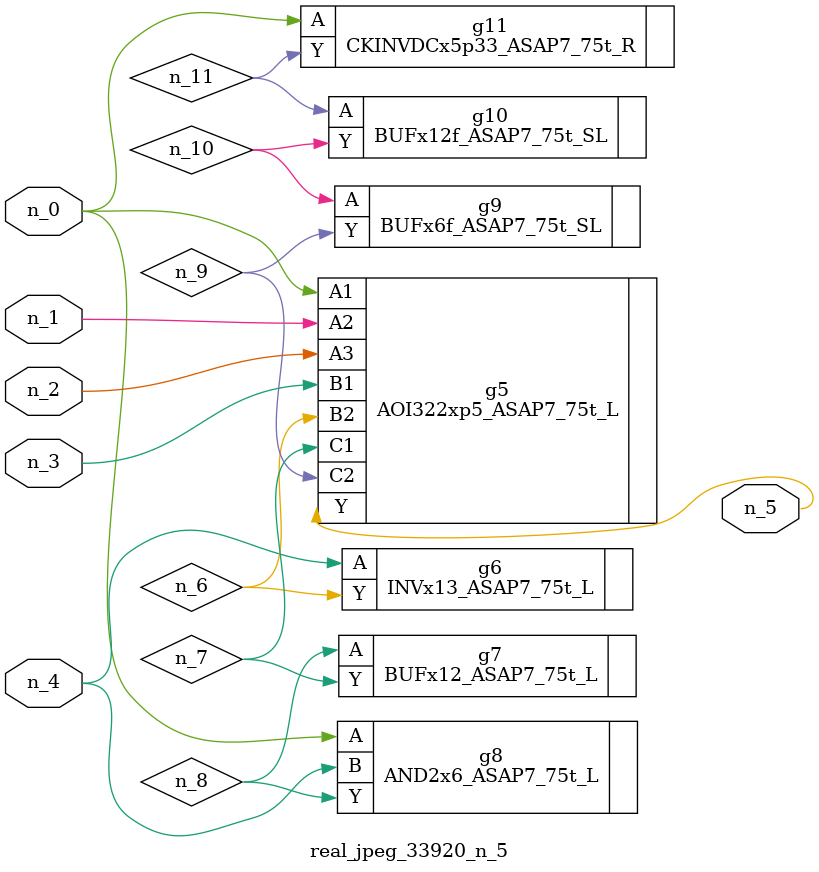
<source format=v>
module real_jpeg_33920_n_5 (n_4, n_0, n_1, n_2, n_3, n_5);

input n_4;
input n_0;
input n_1;
input n_2;
input n_3;

output n_5;

wire n_8;
wire n_11;
wire n_6;
wire n_7;
wire n_10;
wire n_9;

AOI322xp5_ASAP7_75t_L g5 ( 
.A1(n_0),
.A2(n_1),
.A3(n_2),
.B1(n_3),
.B2(n_6),
.C1(n_7),
.C2(n_9),
.Y(n_5)
);

AND2x6_ASAP7_75t_L g8 ( 
.A(n_0),
.B(n_4),
.Y(n_8)
);

CKINVDCx5p33_ASAP7_75t_R g11 ( 
.A(n_0),
.Y(n_11)
);

INVx13_ASAP7_75t_L g6 ( 
.A(n_4),
.Y(n_6)
);

BUFx12_ASAP7_75t_L g7 ( 
.A(n_8),
.Y(n_7)
);

BUFx6f_ASAP7_75t_SL g9 ( 
.A(n_10),
.Y(n_9)
);

BUFx12f_ASAP7_75t_SL g10 ( 
.A(n_11),
.Y(n_10)
);


endmodule
</source>
